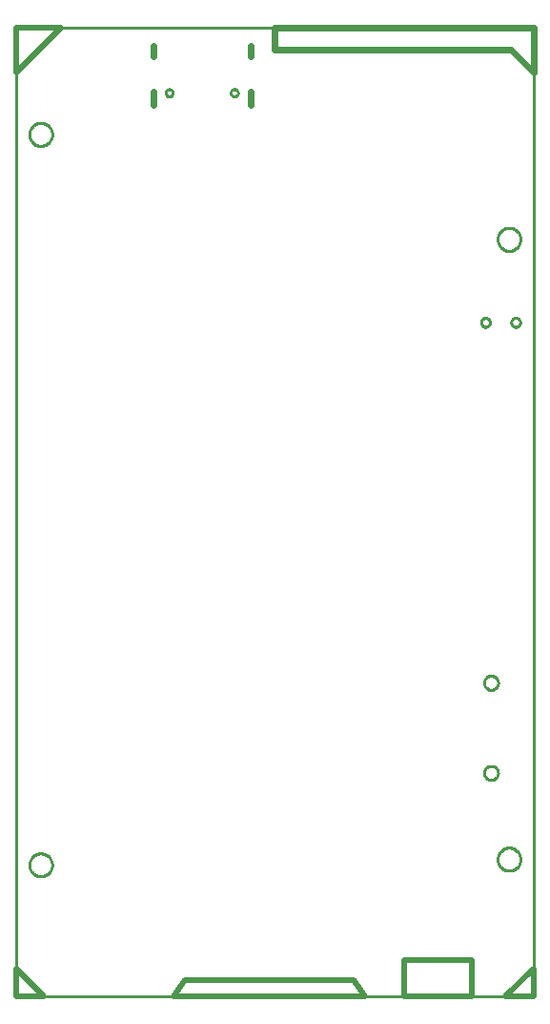
<source format=gbr>
G04 EAGLE Gerber RS-274X export*
G75*
%MOMM*%
%FSLAX34Y34*%
%LPD*%
%IN*%
%IPPOS*%
%AMOC8*
5,1,8,0,0,1.08239X$1,22.5*%
G01*
%ADD10C,0.000000*%
%ADD11C,0.500000*%
%ADD12C,0.609600*%
%ADD13C,0.600000*%
%ADD14C,0.254000*%


D10*
X0Y0D02*
X460000Y0D01*
X460000Y860000D01*
X0Y860000D01*
X0Y0D01*
X427840Y672000D02*
X427843Y672249D01*
X427852Y672499D01*
X427868Y672747D01*
X427889Y672996D01*
X427916Y673244D01*
X427950Y673491D01*
X427990Y673737D01*
X428035Y673982D01*
X428087Y674226D01*
X428144Y674469D01*
X428208Y674710D01*
X428277Y674949D01*
X428353Y675187D01*
X428434Y675423D01*
X428521Y675657D01*
X428613Y675888D01*
X428712Y676117D01*
X428815Y676344D01*
X428925Y676568D01*
X429040Y676789D01*
X429160Y677008D01*
X429285Y677223D01*
X429416Y677436D01*
X429552Y677645D01*
X429693Y677850D01*
X429839Y678052D01*
X429990Y678251D01*
X430146Y678445D01*
X430307Y678636D01*
X430472Y678823D01*
X430642Y679006D01*
X430816Y679184D01*
X430994Y679358D01*
X431177Y679528D01*
X431364Y679693D01*
X431555Y679854D01*
X431749Y680010D01*
X431948Y680161D01*
X432150Y680307D01*
X432355Y680448D01*
X432564Y680584D01*
X432777Y680715D01*
X432992Y680840D01*
X433211Y680960D01*
X433432Y681075D01*
X433656Y681185D01*
X433883Y681288D01*
X434112Y681387D01*
X434343Y681479D01*
X434577Y681566D01*
X434813Y681647D01*
X435051Y681723D01*
X435290Y681792D01*
X435531Y681856D01*
X435774Y681913D01*
X436018Y681965D01*
X436263Y682010D01*
X436509Y682050D01*
X436756Y682084D01*
X437004Y682111D01*
X437253Y682132D01*
X437501Y682148D01*
X437751Y682157D01*
X438000Y682160D01*
X438249Y682157D01*
X438499Y682148D01*
X438747Y682132D01*
X438996Y682111D01*
X439244Y682084D01*
X439491Y682050D01*
X439737Y682010D01*
X439982Y681965D01*
X440226Y681913D01*
X440469Y681856D01*
X440710Y681792D01*
X440949Y681723D01*
X441187Y681647D01*
X441423Y681566D01*
X441657Y681479D01*
X441888Y681387D01*
X442117Y681288D01*
X442344Y681185D01*
X442568Y681075D01*
X442789Y680960D01*
X443008Y680840D01*
X443223Y680715D01*
X443436Y680584D01*
X443645Y680448D01*
X443850Y680307D01*
X444052Y680161D01*
X444251Y680010D01*
X444445Y679854D01*
X444636Y679693D01*
X444823Y679528D01*
X445006Y679358D01*
X445184Y679184D01*
X445358Y679006D01*
X445528Y678823D01*
X445693Y678636D01*
X445854Y678445D01*
X446010Y678251D01*
X446161Y678052D01*
X446307Y677850D01*
X446448Y677645D01*
X446584Y677436D01*
X446715Y677223D01*
X446840Y677008D01*
X446960Y676789D01*
X447075Y676568D01*
X447185Y676344D01*
X447288Y676117D01*
X447387Y675888D01*
X447479Y675657D01*
X447566Y675423D01*
X447647Y675187D01*
X447723Y674949D01*
X447792Y674710D01*
X447856Y674469D01*
X447913Y674226D01*
X447965Y673982D01*
X448010Y673737D01*
X448050Y673491D01*
X448084Y673244D01*
X448111Y672996D01*
X448132Y672747D01*
X448148Y672499D01*
X448157Y672249D01*
X448160Y672000D01*
X448157Y671751D01*
X448148Y671501D01*
X448132Y671253D01*
X448111Y671004D01*
X448084Y670756D01*
X448050Y670509D01*
X448010Y670263D01*
X447965Y670018D01*
X447913Y669774D01*
X447856Y669531D01*
X447792Y669290D01*
X447723Y669051D01*
X447647Y668813D01*
X447566Y668577D01*
X447479Y668343D01*
X447387Y668112D01*
X447288Y667883D01*
X447185Y667656D01*
X447075Y667432D01*
X446960Y667211D01*
X446840Y666992D01*
X446715Y666777D01*
X446584Y666564D01*
X446448Y666355D01*
X446307Y666150D01*
X446161Y665948D01*
X446010Y665749D01*
X445854Y665555D01*
X445693Y665364D01*
X445528Y665177D01*
X445358Y664994D01*
X445184Y664816D01*
X445006Y664642D01*
X444823Y664472D01*
X444636Y664307D01*
X444445Y664146D01*
X444251Y663990D01*
X444052Y663839D01*
X443850Y663693D01*
X443645Y663552D01*
X443436Y663416D01*
X443223Y663285D01*
X443008Y663160D01*
X442789Y663040D01*
X442568Y662925D01*
X442344Y662815D01*
X442117Y662712D01*
X441888Y662613D01*
X441657Y662521D01*
X441423Y662434D01*
X441187Y662353D01*
X440949Y662277D01*
X440710Y662208D01*
X440469Y662144D01*
X440226Y662087D01*
X439982Y662035D01*
X439737Y661990D01*
X439491Y661950D01*
X439244Y661916D01*
X438996Y661889D01*
X438747Y661868D01*
X438499Y661852D01*
X438249Y661843D01*
X438000Y661840D01*
X437751Y661843D01*
X437501Y661852D01*
X437253Y661868D01*
X437004Y661889D01*
X436756Y661916D01*
X436509Y661950D01*
X436263Y661990D01*
X436018Y662035D01*
X435774Y662087D01*
X435531Y662144D01*
X435290Y662208D01*
X435051Y662277D01*
X434813Y662353D01*
X434577Y662434D01*
X434343Y662521D01*
X434112Y662613D01*
X433883Y662712D01*
X433656Y662815D01*
X433432Y662925D01*
X433211Y663040D01*
X432992Y663160D01*
X432777Y663285D01*
X432564Y663416D01*
X432355Y663552D01*
X432150Y663693D01*
X431948Y663839D01*
X431749Y663990D01*
X431555Y664146D01*
X431364Y664307D01*
X431177Y664472D01*
X430994Y664642D01*
X430816Y664816D01*
X430642Y664994D01*
X430472Y665177D01*
X430307Y665364D01*
X430146Y665555D01*
X429990Y665749D01*
X429839Y665948D01*
X429693Y666150D01*
X429552Y666355D01*
X429416Y666564D01*
X429285Y666777D01*
X429160Y666992D01*
X429040Y667211D01*
X428925Y667432D01*
X428815Y667656D01*
X428712Y667883D01*
X428613Y668112D01*
X428521Y668343D01*
X428434Y668577D01*
X428353Y668813D01*
X428277Y669051D01*
X428208Y669290D01*
X428144Y669531D01*
X428087Y669774D01*
X428035Y670018D01*
X427990Y670263D01*
X427950Y670509D01*
X427916Y670756D01*
X427889Y671004D01*
X427868Y671253D01*
X427852Y671501D01*
X427843Y671751D01*
X427840Y672000D01*
X11840Y117000D02*
X11843Y117249D01*
X11852Y117499D01*
X11868Y117747D01*
X11889Y117996D01*
X11916Y118244D01*
X11950Y118491D01*
X11990Y118737D01*
X12035Y118982D01*
X12087Y119226D01*
X12144Y119469D01*
X12208Y119710D01*
X12277Y119949D01*
X12353Y120187D01*
X12434Y120423D01*
X12521Y120657D01*
X12613Y120888D01*
X12712Y121117D01*
X12815Y121344D01*
X12925Y121568D01*
X13040Y121789D01*
X13160Y122008D01*
X13285Y122223D01*
X13416Y122436D01*
X13552Y122645D01*
X13693Y122850D01*
X13839Y123052D01*
X13990Y123251D01*
X14146Y123445D01*
X14307Y123636D01*
X14472Y123823D01*
X14642Y124006D01*
X14816Y124184D01*
X14994Y124358D01*
X15177Y124528D01*
X15364Y124693D01*
X15555Y124854D01*
X15749Y125010D01*
X15948Y125161D01*
X16150Y125307D01*
X16355Y125448D01*
X16564Y125584D01*
X16777Y125715D01*
X16992Y125840D01*
X17211Y125960D01*
X17432Y126075D01*
X17656Y126185D01*
X17883Y126288D01*
X18112Y126387D01*
X18343Y126479D01*
X18577Y126566D01*
X18813Y126647D01*
X19051Y126723D01*
X19290Y126792D01*
X19531Y126856D01*
X19774Y126913D01*
X20018Y126965D01*
X20263Y127010D01*
X20509Y127050D01*
X20756Y127084D01*
X21004Y127111D01*
X21253Y127132D01*
X21501Y127148D01*
X21751Y127157D01*
X22000Y127160D01*
X22249Y127157D01*
X22499Y127148D01*
X22747Y127132D01*
X22996Y127111D01*
X23244Y127084D01*
X23491Y127050D01*
X23737Y127010D01*
X23982Y126965D01*
X24226Y126913D01*
X24469Y126856D01*
X24710Y126792D01*
X24949Y126723D01*
X25187Y126647D01*
X25423Y126566D01*
X25657Y126479D01*
X25888Y126387D01*
X26117Y126288D01*
X26344Y126185D01*
X26568Y126075D01*
X26789Y125960D01*
X27008Y125840D01*
X27223Y125715D01*
X27436Y125584D01*
X27645Y125448D01*
X27850Y125307D01*
X28052Y125161D01*
X28251Y125010D01*
X28445Y124854D01*
X28636Y124693D01*
X28823Y124528D01*
X29006Y124358D01*
X29184Y124184D01*
X29358Y124006D01*
X29528Y123823D01*
X29693Y123636D01*
X29854Y123445D01*
X30010Y123251D01*
X30161Y123052D01*
X30307Y122850D01*
X30448Y122645D01*
X30584Y122436D01*
X30715Y122223D01*
X30840Y122008D01*
X30960Y121789D01*
X31075Y121568D01*
X31185Y121344D01*
X31288Y121117D01*
X31387Y120888D01*
X31479Y120657D01*
X31566Y120423D01*
X31647Y120187D01*
X31723Y119949D01*
X31792Y119710D01*
X31856Y119469D01*
X31913Y119226D01*
X31965Y118982D01*
X32010Y118737D01*
X32050Y118491D01*
X32084Y118244D01*
X32111Y117996D01*
X32132Y117747D01*
X32148Y117499D01*
X32157Y117249D01*
X32160Y117000D01*
X32157Y116751D01*
X32148Y116501D01*
X32132Y116253D01*
X32111Y116004D01*
X32084Y115756D01*
X32050Y115509D01*
X32010Y115263D01*
X31965Y115018D01*
X31913Y114774D01*
X31856Y114531D01*
X31792Y114290D01*
X31723Y114051D01*
X31647Y113813D01*
X31566Y113577D01*
X31479Y113343D01*
X31387Y113112D01*
X31288Y112883D01*
X31185Y112656D01*
X31075Y112432D01*
X30960Y112211D01*
X30840Y111992D01*
X30715Y111777D01*
X30584Y111564D01*
X30448Y111355D01*
X30307Y111150D01*
X30161Y110948D01*
X30010Y110749D01*
X29854Y110555D01*
X29693Y110364D01*
X29528Y110177D01*
X29358Y109994D01*
X29184Y109816D01*
X29006Y109642D01*
X28823Y109472D01*
X28636Y109307D01*
X28445Y109146D01*
X28251Y108990D01*
X28052Y108839D01*
X27850Y108693D01*
X27645Y108552D01*
X27436Y108416D01*
X27223Y108285D01*
X27008Y108160D01*
X26789Y108040D01*
X26568Y107925D01*
X26344Y107815D01*
X26117Y107712D01*
X25888Y107613D01*
X25657Y107521D01*
X25423Y107434D01*
X25187Y107353D01*
X24949Y107277D01*
X24710Y107208D01*
X24469Y107144D01*
X24226Y107087D01*
X23982Y107035D01*
X23737Y106990D01*
X23491Y106950D01*
X23244Y106916D01*
X22996Y106889D01*
X22747Y106868D01*
X22499Y106852D01*
X22249Y106843D01*
X22000Y106840D01*
X21751Y106843D01*
X21501Y106852D01*
X21253Y106868D01*
X21004Y106889D01*
X20756Y106916D01*
X20509Y106950D01*
X20263Y106990D01*
X20018Y107035D01*
X19774Y107087D01*
X19531Y107144D01*
X19290Y107208D01*
X19051Y107277D01*
X18813Y107353D01*
X18577Y107434D01*
X18343Y107521D01*
X18112Y107613D01*
X17883Y107712D01*
X17656Y107815D01*
X17432Y107925D01*
X17211Y108040D01*
X16992Y108160D01*
X16777Y108285D01*
X16564Y108416D01*
X16355Y108552D01*
X16150Y108693D01*
X15948Y108839D01*
X15749Y108990D01*
X15555Y109146D01*
X15364Y109307D01*
X15177Y109472D01*
X14994Y109642D01*
X14816Y109816D01*
X14642Y109994D01*
X14472Y110177D01*
X14307Y110364D01*
X14146Y110555D01*
X13990Y110749D01*
X13839Y110948D01*
X13693Y111150D01*
X13552Y111355D01*
X13416Y111564D01*
X13285Y111777D01*
X13160Y111992D01*
X13040Y112211D01*
X12925Y112432D01*
X12815Y112656D01*
X12712Y112883D01*
X12613Y113112D01*
X12521Y113343D01*
X12434Y113577D01*
X12353Y113813D01*
X12277Y114051D01*
X12208Y114290D01*
X12144Y114531D01*
X12087Y114774D01*
X12035Y115018D01*
X11990Y115263D01*
X11950Y115509D01*
X11916Y115756D01*
X11889Y116004D01*
X11868Y116253D01*
X11852Y116501D01*
X11843Y116751D01*
X11840Y117000D01*
X427840Y122000D02*
X427843Y122249D01*
X427852Y122499D01*
X427868Y122747D01*
X427889Y122996D01*
X427916Y123244D01*
X427950Y123491D01*
X427990Y123737D01*
X428035Y123982D01*
X428087Y124226D01*
X428144Y124469D01*
X428208Y124710D01*
X428277Y124949D01*
X428353Y125187D01*
X428434Y125423D01*
X428521Y125657D01*
X428613Y125888D01*
X428712Y126117D01*
X428815Y126344D01*
X428925Y126568D01*
X429040Y126789D01*
X429160Y127008D01*
X429285Y127223D01*
X429416Y127436D01*
X429552Y127645D01*
X429693Y127850D01*
X429839Y128052D01*
X429990Y128251D01*
X430146Y128445D01*
X430307Y128636D01*
X430472Y128823D01*
X430642Y129006D01*
X430816Y129184D01*
X430994Y129358D01*
X431177Y129528D01*
X431364Y129693D01*
X431555Y129854D01*
X431749Y130010D01*
X431948Y130161D01*
X432150Y130307D01*
X432355Y130448D01*
X432564Y130584D01*
X432777Y130715D01*
X432992Y130840D01*
X433211Y130960D01*
X433432Y131075D01*
X433656Y131185D01*
X433883Y131288D01*
X434112Y131387D01*
X434343Y131479D01*
X434577Y131566D01*
X434813Y131647D01*
X435051Y131723D01*
X435290Y131792D01*
X435531Y131856D01*
X435774Y131913D01*
X436018Y131965D01*
X436263Y132010D01*
X436509Y132050D01*
X436756Y132084D01*
X437004Y132111D01*
X437253Y132132D01*
X437501Y132148D01*
X437751Y132157D01*
X438000Y132160D01*
X438249Y132157D01*
X438499Y132148D01*
X438747Y132132D01*
X438996Y132111D01*
X439244Y132084D01*
X439491Y132050D01*
X439737Y132010D01*
X439982Y131965D01*
X440226Y131913D01*
X440469Y131856D01*
X440710Y131792D01*
X440949Y131723D01*
X441187Y131647D01*
X441423Y131566D01*
X441657Y131479D01*
X441888Y131387D01*
X442117Y131288D01*
X442344Y131185D01*
X442568Y131075D01*
X442789Y130960D01*
X443008Y130840D01*
X443223Y130715D01*
X443436Y130584D01*
X443645Y130448D01*
X443850Y130307D01*
X444052Y130161D01*
X444251Y130010D01*
X444445Y129854D01*
X444636Y129693D01*
X444823Y129528D01*
X445006Y129358D01*
X445184Y129184D01*
X445358Y129006D01*
X445528Y128823D01*
X445693Y128636D01*
X445854Y128445D01*
X446010Y128251D01*
X446161Y128052D01*
X446307Y127850D01*
X446448Y127645D01*
X446584Y127436D01*
X446715Y127223D01*
X446840Y127008D01*
X446960Y126789D01*
X447075Y126568D01*
X447185Y126344D01*
X447288Y126117D01*
X447387Y125888D01*
X447479Y125657D01*
X447566Y125423D01*
X447647Y125187D01*
X447723Y124949D01*
X447792Y124710D01*
X447856Y124469D01*
X447913Y124226D01*
X447965Y123982D01*
X448010Y123737D01*
X448050Y123491D01*
X448084Y123244D01*
X448111Y122996D01*
X448132Y122747D01*
X448148Y122499D01*
X448157Y122249D01*
X448160Y122000D01*
X448157Y121751D01*
X448148Y121501D01*
X448132Y121253D01*
X448111Y121004D01*
X448084Y120756D01*
X448050Y120509D01*
X448010Y120263D01*
X447965Y120018D01*
X447913Y119774D01*
X447856Y119531D01*
X447792Y119290D01*
X447723Y119051D01*
X447647Y118813D01*
X447566Y118577D01*
X447479Y118343D01*
X447387Y118112D01*
X447288Y117883D01*
X447185Y117656D01*
X447075Y117432D01*
X446960Y117211D01*
X446840Y116992D01*
X446715Y116777D01*
X446584Y116564D01*
X446448Y116355D01*
X446307Y116150D01*
X446161Y115948D01*
X446010Y115749D01*
X445854Y115555D01*
X445693Y115364D01*
X445528Y115177D01*
X445358Y114994D01*
X445184Y114816D01*
X445006Y114642D01*
X444823Y114472D01*
X444636Y114307D01*
X444445Y114146D01*
X444251Y113990D01*
X444052Y113839D01*
X443850Y113693D01*
X443645Y113552D01*
X443436Y113416D01*
X443223Y113285D01*
X443008Y113160D01*
X442789Y113040D01*
X442568Y112925D01*
X442344Y112815D01*
X442117Y112712D01*
X441888Y112613D01*
X441657Y112521D01*
X441423Y112434D01*
X441187Y112353D01*
X440949Y112277D01*
X440710Y112208D01*
X440469Y112144D01*
X440226Y112087D01*
X439982Y112035D01*
X439737Y111990D01*
X439491Y111950D01*
X439244Y111916D01*
X438996Y111889D01*
X438747Y111868D01*
X438499Y111852D01*
X438249Y111843D01*
X438000Y111840D01*
X437751Y111843D01*
X437501Y111852D01*
X437253Y111868D01*
X437004Y111889D01*
X436756Y111916D01*
X436509Y111950D01*
X436263Y111990D01*
X436018Y112035D01*
X435774Y112087D01*
X435531Y112144D01*
X435290Y112208D01*
X435051Y112277D01*
X434813Y112353D01*
X434577Y112434D01*
X434343Y112521D01*
X434112Y112613D01*
X433883Y112712D01*
X433656Y112815D01*
X433432Y112925D01*
X433211Y113040D01*
X432992Y113160D01*
X432777Y113285D01*
X432564Y113416D01*
X432355Y113552D01*
X432150Y113693D01*
X431948Y113839D01*
X431749Y113990D01*
X431555Y114146D01*
X431364Y114307D01*
X431177Y114472D01*
X430994Y114642D01*
X430816Y114816D01*
X430642Y114994D01*
X430472Y115177D01*
X430307Y115364D01*
X430146Y115555D01*
X429990Y115749D01*
X429839Y115948D01*
X429693Y116150D01*
X429552Y116355D01*
X429416Y116564D01*
X429285Y116777D01*
X429160Y116992D01*
X429040Y117211D01*
X428925Y117432D01*
X428815Y117656D01*
X428712Y117883D01*
X428613Y118112D01*
X428521Y118343D01*
X428434Y118577D01*
X428353Y118813D01*
X428277Y119051D01*
X428208Y119290D01*
X428144Y119531D01*
X428087Y119774D01*
X428035Y120018D01*
X427990Y120263D01*
X427950Y120509D01*
X427916Y120756D01*
X427889Y121004D01*
X427868Y121253D01*
X427852Y121501D01*
X427843Y121751D01*
X427840Y122000D01*
D11*
X0Y820000D02*
X40000Y860000D01*
X0Y860000D01*
X0Y820000D01*
X460000Y25000D02*
X435000Y0D01*
X460000Y0D01*
X460000Y25000D01*
X25000Y0D02*
X0Y25000D01*
X0Y0D01*
X25000Y0D01*
X140000Y0D02*
X150000Y15000D01*
X300000Y15000D01*
X310000Y0D01*
X140000Y0D01*
X345000Y0D02*
X345000Y33000D01*
X405000Y33000D01*
X405000Y0D01*
X345000Y0D01*
D12*
X440000Y840000D02*
X230000Y840000D01*
X440000Y840000D02*
X460000Y820000D01*
X460000Y860000D01*
X230000Y860000D01*
X230000Y840000D01*
D10*
X11840Y765000D02*
X11843Y765249D01*
X11852Y765499D01*
X11868Y765747D01*
X11889Y765996D01*
X11916Y766244D01*
X11950Y766491D01*
X11990Y766737D01*
X12035Y766982D01*
X12087Y767226D01*
X12144Y767469D01*
X12208Y767710D01*
X12277Y767949D01*
X12353Y768187D01*
X12434Y768423D01*
X12521Y768657D01*
X12613Y768888D01*
X12712Y769117D01*
X12815Y769344D01*
X12925Y769568D01*
X13040Y769789D01*
X13160Y770008D01*
X13285Y770223D01*
X13416Y770436D01*
X13552Y770645D01*
X13693Y770850D01*
X13839Y771052D01*
X13990Y771251D01*
X14146Y771445D01*
X14307Y771636D01*
X14472Y771823D01*
X14642Y772006D01*
X14816Y772184D01*
X14994Y772358D01*
X15177Y772528D01*
X15364Y772693D01*
X15555Y772854D01*
X15749Y773010D01*
X15948Y773161D01*
X16150Y773307D01*
X16355Y773448D01*
X16564Y773584D01*
X16777Y773715D01*
X16992Y773840D01*
X17211Y773960D01*
X17432Y774075D01*
X17656Y774185D01*
X17883Y774288D01*
X18112Y774387D01*
X18343Y774479D01*
X18577Y774566D01*
X18813Y774647D01*
X19051Y774723D01*
X19290Y774792D01*
X19531Y774856D01*
X19774Y774913D01*
X20018Y774965D01*
X20263Y775010D01*
X20509Y775050D01*
X20756Y775084D01*
X21004Y775111D01*
X21253Y775132D01*
X21501Y775148D01*
X21751Y775157D01*
X22000Y775160D01*
X22249Y775157D01*
X22499Y775148D01*
X22747Y775132D01*
X22996Y775111D01*
X23244Y775084D01*
X23491Y775050D01*
X23737Y775010D01*
X23982Y774965D01*
X24226Y774913D01*
X24469Y774856D01*
X24710Y774792D01*
X24949Y774723D01*
X25187Y774647D01*
X25423Y774566D01*
X25657Y774479D01*
X25888Y774387D01*
X26117Y774288D01*
X26344Y774185D01*
X26568Y774075D01*
X26789Y773960D01*
X27008Y773840D01*
X27223Y773715D01*
X27436Y773584D01*
X27645Y773448D01*
X27850Y773307D01*
X28052Y773161D01*
X28251Y773010D01*
X28445Y772854D01*
X28636Y772693D01*
X28823Y772528D01*
X29006Y772358D01*
X29184Y772184D01*
X29358Y772006D01*
X29528Y771823D01*
X29693Y771636D01*
X29854Y771445D01*
X30010Y771251D01*
X30161Y771052D01*
X30307Y770850D01*
X30448Y770645D01*
X30584Y770436D01*
X30715Y770223D01*
X30840Y770008D01*
X30960Y769789D01*
X31075Y769568D01*
X31185Y769344D01*
X31288Y769117D01*
X31387Y768888D01*
X31479Y768657D01*
X31566Y768423D01*
X31647Y768187D01*
X31723Y767949D01*
X31792Y767710D01*
X31856Y767469D01*
X31913Y767226D01*
X31965Y766982D01*
X32010Y766737D01*
X32050Y766491D01*
X32084Y766244D01*
X32111Y765996D01*
X32132Y765747D01*
X32148Y765499D01*
X32157Y765249D01*
X32160Y765000D01*
X32157Y764751D01*
X32148Y764501D01*
X32132Y764253D01*
X32111Y764004D01*
X32084Y763756D01*
X32050Y763509D01*
X32010Y763263D01*
X31965Y763018D01*
X31913Y762774D01*
X31856Y762531D01*
X31792Y762290D01*
X31723Y762051D01*
X31647Y761813D01*
X31566Y761577D01*
X31479Y761343D01*
X31387Y761112D01*
X31288Y760883D01*
X31185Y760656D01*
X31075Y760432D01*
X30960Y760211D01*
X30840Y759992D01*
X30715Y759777D01*
X30584Y759564D01*
X30448Y759355D01*
X30307Y759150D01*
X30161Y758948D01*
X30010Y758749D01*
X29854Y758555D01*
X29693Y758364D01*
X29528Y758177D01*
X29358Y757994D01*
X29184Y757816D01*
X29006Y757642D01*
X28823Y757472D01*
X28636Y757307D01*
X28445Y757146D01*
X28251Y756990D01*
X28052Y756839D01*
X27850Y756693D01*
X27645Y756552D01*
X27436Y756416D01*
X27223Y756285D01*
X27008Y756160D01*
X26789Y756040D01*
X26568Y755925D01*
X26344Y755815D01*
X26117Y755712D01*
X25888Y755613D01*
X25657Y755521D01*
X25423Y755434D01*
X25187Y755353D01*
X24949Y755277D01*
X24710Y755208D01*
X24469Y755144D01*
X24226Y755087D01*
X23982Y755035D01*
X23737Y754990D01*
X23491Y754950D01*
X23244Y754916D01*
X22996Y754889D01*
X22747Y754868D01*
X22499Y754852D01*
X22249Y754843D01*
X22000Y754840D01*
X21751Y754843D01*
X21501Y754852D01*
X21253Y754868D01*
X21004Y754889D01*
X20756Y754916D01*
X20509Y754950D01*
X20263Y754990D01*
X20018Y755035D01*
X19774Y755087D01*
X19531Y755144D01*
X19290Y755208D01*
X19051Y755277D01*
X18813Y755353D01*
X18577Y755434D01*
X18343Y755521D01*
X18112Y755613D01*
X17883Y755712D01*
X17656Y755815D01*
X17432Y755925D01*
X17211Y756040D01*
X16992Y756160D01*
X16777Y756285D01*
X16564Y756416D01*
X16355Y756552D01*
X16150Y756693D01*
X15948Y756839D01*
X15749Y756990D01*
X15555Y757146D01*
X15364Y757307D01*
X15177Y757472D01*
X14994Y757642D01*
X14816Y757816D01*
X14642Y757994D01*
X14472Y758177D01*
X14307Y758364D01*
X14146Y758555D01*
X13990Y758749D01*
X13839Y758948D01*
X13693Y759150D01*
X13552Y759355D01*
X13416Y759564D01*
X13285Y759777D01*
X13160Y759992D01*
X13040Y760211D01*
X12925Y760432D01*
X12815Y760656D01*
X12712Y760883D01*
X12613Y761112D01*
X12521Y761343D01*
X12434Y761577D01*
X12353Y761813D01*
X12277Y762051D01*
X12208Y762290D01*
X12144Y762531D01*
X12087Y762774D01*
X12035Y763018D01*
X11990Y763263D01*
X11950Y763509D01*
X11916Y763756D01*
X11889Y764004D01*
X11868Y764253D01*
X11852Y764501D01*
X11843Y764751D01*
X11840Y765000D01*
X413100Y598300D02*
X413102Y598426D01*
X413108Y598552D01*
X413118Y598678D01*
X413132Y598804D01*
X413150Y598929D01*
X413172Y599053D01*
X413197Y599177D01*
X413227Y599300D01*
X413260Y599421D01*
X413298Y599542D01*
X413339Y599661D01*
X413384Y599780D01*
X413432Y599896D01*
X413484Y600011D01*
X413540Y600124D01*
X413600Y600236D01*
X413663Y600345D01*
X413729Y600453D01*
X413798Y600558D01*
X413871Y600661D01*
X413948Y600762D01*
X414027Y600860D01*
X414109Y600956D01*
X414195Y601049D01*
X414283Y601140D01*
X414374Y601227D01*
X414468Y601312D01*
X414564Y601393D01*
X414663Y601472D01*
X414764Y601547D01*
X414868Y601619D01*
X414974Y601688D01*
X415082Y601754D01*
X415192Y601816D01*
X415304Y601874D01*
X415417Y601929D01*
X415533Y601980D01*
X415650Y602028D01*
X415768Y602072D01*
X415888Y602112D01*
X416009Y602148D01*
X416131Y602181D01*
X416254Y602210D01*
X416378Y602234D01*
X416502Y602255D01*
X416627Y602272D01*
X416753Y602285D01*
X416879Y602294D01*
X417005Y602299D01*
X417132Y602300D01*
X417258Y602297D01*
X417384Y602290D01*
X417510Y602279D01*
X417635Y602264D01*
X417760Y602245D01*
X417884Y602222D01*
X418008Y602196D01*
X418130Y602165D01*
X418252Y602131D01*
X418372Y602092D01*
X418491Y602050D01*
X418609Y602005D01*
X418725Y601955D01*
X418840Y601902D01*
X418952Y601845D01*
X419063Y601785D01*
X419172Y601721D01*
X419279Y601654D01*
X419384Y601584D01*
X419487Y601510D01*
X419587Y601433D01*
X419685Y601353D01*
X419780Y601270D01*
X419872Y601184D01*
X419962Y601095D01*
X420049Y601003D01*
X420132Y600909D01*
X420213Y600812D01*
X420291Y600712D01*
X420366Y600610D01*
X420437Y600506D01*
X420505Y600399D01*
X420569Y600291D01*
X420630Y600180D01*
X420688Y600068D01*
X420742Y599954D01*
X420792Y599838D01*
X420839Y599721D01*
X420882Y599602D01*
X420921Y599482D01*
X420957Y599361D01*
X420988Y599238D01*
X421016Y599115D01*
X421040Y598991D01*
X421060Y598866D01*
X421076Y598741D01*
X421088Y598615D01*
X421096Y598489D01*
X421100Y598363D01*
X421100Y598237D01*
X421096Y598111D01*
X421088Y597985D01*
X421076Y597859D01*
X421060Y597734D01*
X421040Y597609D01*
X421016Y597485D01*
X420988Y597362D01*
X420957Y597239D01*
X420921Y597118D01*
X420882Y596998D01*
X420839Y596879D01*
X420792Y596762D01*
X420742Y596646D01*
X420688Y596532D01*
X420630Y596420D01*
X420569Y596309D01*
X420505Y596201D01*
X420437Y596094D01*
X420366Y595990D01*
X420291Y595888D01*
X420213Y595788D01*
X420132Y595691D01*
X420049Y595597D01*
X419962Y595505D01*
X419872Y595416D01*
X419780Y595330D01*
X419685Y595247D01*
X419587Y595167D01*
X419487Y595090D01*
X419384Y595016D01*
X419279Y594946D01*
X419172Y594879D01*
X419063Y594815D01*
X418952Y594755D01*
X418840Y594698D01*
X418725Y594645D01*
X418609Y594595D01*
X418491Y594550D01*
X418372Y594508D01*
X418252Y594469D01*
X418130Y594435D01*
X418008Y594404D01*
X417884Y594378D01*
X417760Y594355D01*
X417635Y594336D01*
X417510Y594321D01*
X417384Y594310D01*
X417258Y594303D01*
X417132Y594300D01*
X417005Y594301D01*
X416879Y594306D01*
X416753Y594315D01*
X416627Y594328D01*
X416502Y594345D01*
X416378Y594366D01*
X416254Y594390D01*
X416131Y594419D01*
X416009Y594452D01*
X415888Y594488D01*
X415768Y594528D01*
X415650Y594572D01*
X415533Y594620D01*
X415417Y594671D01*
X415304Y594726D01*
X415192Y594784D01*
X415082Y594846D01*
X414974Y594912D01*
X414868Y594981D01*
X414764Y595053D01*
X414663Y595128D01*
X414564Y595207D01*
X414468Y595288D01*
X414374Y595373D01*
X414283Y595460D01*
X414195Y595551D01*
X414109Y595644D01*
X414027Y595740D01*
X413948Y595838D01*
X413871Y595939D01*
X413798Y596042D01*
X413729Y596147D01*
X413663Y596255D01*
X413600Y596364D01*
X413540Y596476D01*
X413484Y596589D01*
X413432Y596704D01*
X413384Y596820D01*
X413339Y596939D01*
X413298Y597058D01*
X413260Y597179D01*
X413227Y597300D01*
X413197Y597423D01*
X413172Y597547D01*
X413150Y597671D01*
X413132Y597796D01*
X413118Y597922D01*
X413108Y598048D01*
X413102Y598174D01*
X413100Y598300D01*
X439900Y598300D02*
X439902Y598426D01*
X439908Y598552D01*
X439918Y598678D01*
X439932Y598804D01*
X439950Y598929D01*
X439972Y599053D01*
X439997Y599177D01*
X440027Y599300D01*
X440060Y599421D01*
X440098Y599542D01*
X440139Y599661D01*
X440184Y599780D01*
X440232Y599896D01*
X440284Y600011D01*
X440340Y600124D01*
X440400Y600236D01*
X440463Y600345D01*
X440529Y600453D01*
X440598Y600558D01*
X440671Y600661D01*
X440748Y600762D01*
X440827Y600860D01*
X440909Y600956D01*
X440995Y601049D01*
X441083Y601140D01*
X441174Y601227D01*
X441268Y601312D01*
X441364Y601393D01*
X441463Y601472D01*
X441564Y601547D01*
X441668Y601619D01*
X441774Y601688D01*
X441882Y601754D01*
X441992Y601816D01*
X442104Y601874D01*
X442217Y601929D01*
X442333Y601980D01*
X442450Y602028D01*
X442568Y602072D01*
X442688Y602112D01*
X442809Y602148D01*
X442931Y602181D01*
X443054Y602210D01*
X443178Y602234D01*
X443302Y602255D01*
X443427Y602272D01*
X443553Y602285D01*
X443679Y602294D01*
X443805Y602299D01*
X443932Y602300D01*
X444058Y602297D01*
X444184Y602290D01*
X444310Y602279D01*
X444435Y602264D01*
X444560Y602245D01*
X444684Y602222D01*
X444808Y602196D01*
X444930Y602165D01*
X445052Y602131D01*
X445172Y602092D01*
X445291Y602050D01*
X445409Y602005D01*
X445525Y601955D01*
X445640Y601902D01*
X445752Y601845D01*
X445863Y601785D01*
X445972Y601721D01*
X446079Y601654D01*
X446184Y601584D01*
X446287Y601510D01*
X446387Y601433D01*
X446485Y601353D01*
X446580Y601270D01*
X446672Y601184D01*
X446762Y601095D01*
X446849Y601003D01*
X446932Y600909D01*
X447013Y600812D01*
X447091Y600712D01*
X447166Y600610D01*
X447237Y600506D01*
X447305Y600399D01*
X447369Y600291D01*
X447430Y600180D01*
X447488Y600068D01*
X447542Y599954D01*
X447592Y599838D01*
X447639Y599721D01*
X447682Y599602D01*
X447721Y599482D01*
X447757Y599361D01*
X447788Y599238D01*
X447816Y599115D01*
X447840Y598991D01*
X447860Y598866D01*
X447876Y598741D01*
X447888Y598615D01*
X447896Y598489D01*
X447900Y598363D01*
X447900Y598237D01*
X447896Y598111D01*
X447888Y597985D01*
X447876Y597859D01*
X447860Y597734D01*
X447840Y597609D01*
X447816Y597485D01*
X447788Y597362D01*
X447757Y597239D01*
X447721Y597118D01*
X447682Y596998D01*
X447639Y596879D01*
X447592Y596762D01*
X447542Y596646D01*
X447488Y596532D01*
X447430Y596420D01*
X447369Y596309D01*
X447305Y596201D01*
X447237Y596094D01*
X447166Y595990D01*
X447091Y595888D01*
X447013Y595788D01*
X446932Y595691D01*
X446849Y595597D01*
X446762Y595505D01*
X446672Y595416D01*
X446580Y595330D01*
X446485Y595247D01*
X446387Y595167D01*
X446287Y595090D01*
X446184Y595016D01*
X446079Y594946D01*
X445972Y594879D01*
X445863Y594815D01*
X445752Y594755D01*
X445640Y594698D01*
X445525Y594645D01*
X445409Y594595D01*
X445291Y594550D01*
X445172Y594508D01*
X445052Y594469D01*
X444930Y594435D01*
X444808Y594404D01*
X444684Y594378D01*
X444560Y594355D01*
X444435Y594336D01*
X444310Y594321D01*
X444184Y594310D01*
X444058Y594303D01*
X443932Y594300D01*
X443805Y594301D01*
X443679Y594306D01*
X443553Y594315D01*
X443427Y594328D01*
X443302Y594345D01*
X443178Y594366D01*
X443054Y594390D01*
X442931Y594419D01*
X442809Y594452D01*
X442688Y594488D01*
X442568Y594528D01*
X442450Y594572D01*
X442333Y594620D01*
X442217Y594671D01*
X442104Y594726D01*
X441992Y594784D01*
X441882Y594846D01*
X441774Y594912D01*
X441668Y594981D01*
X441564Y595053D01*
X441463Y595128D01*
X441364Y595207D01*
X441268Y595288D01*
X441174Y595373D01*
X441083Y595460D01*
X440995Y595551D01*
X440909Y595644D01*
X440827Y595740D01*
X440748Y595838D01*
X440671Y595939D01*
X440598Y596042D01*
X440529Y596147D01*
X440463Y596255D01*
X440400Y596364D01*
X440340Y596476D01*
X440284Y596589D01*
X440232Y596704D01*
X440184Y596820D01*
X440139Y596939D01*
X440098Y597058D01*
X440060Y597179D01*
X440027Y597300D01*
X439997Y597423D01*
X439972Y597547D01*
X439950Y597671D01*
X439932Y597796D01*
X439918Y597922D01*
X439908Y598048D01*
X439902Y598174D01*
X439900Y598300D01*
X415750Y278600D02*
X415752Y278758D01*
X415758Y278915D01*
X415768Y279073D01*
X415782Y279230D01*
X415800Y279386D01*
X415821Y279543D01*
X415847Y279698D01*
X415877Y279853D01*
X415910Y280007D01*
X415948Y280160D01*
X415989Y280313D01*
X416034Y280464D01*
X416083Y280614D01*
X416136Y280762D01*
X416192Y280910D01*
X416253Y281055D01*
X416316Y281200D01*
X416384Y281342D01*
X416455Y281483D01*
X416529Y281622D01*
X416607Y281759D01*
X416689Y281894D01*
X416773Y282027D01*
X416862Y282158D01*
X416953Y282286D01*
X417048Y282413D01*
X417145Y282536D01*
X417246Y282658D01*
X417350Y282776D01*
X417457Y282892D01*
X417567Y283005D01*
X417679Y283116D01*
X417795Y283223D01*
X417913Y283328D01*
X418033Y283430D01*
X418156Y283528D01*
X418282Y283624D01*
X418410Y283716D01*
X418540Y283805D01*
X418672Y283891D01*
X418807Y283973D01*
X418944Y284052D01*
X419082Y284127D01*
X419222Y284199D01*
X419365Y284267D01*
X419508Y284332D01*
X419654Y284393D01*
X419801Y284450D01*
X419949Y284504D01*
X420099Y284554D01*
X420249Y284600D01*
X420401Y284642D01*
X420554Y284681D01*
X420708Y284715D01*
X420863Y284746D01*
X421018Y284772D01*
X421174Y284795D01*
X421331Y284814D01*
X421488Y284829D01*
X421645Y284840D01*
X421803Y284847D01*
X421961Y284850D01*
X422118Y284849D01*
X422276Y284844D01*
X422433Y284835D01*
X422591Y284822D01*
X422747Y284805D01*
X422904Y284784D01*
X423059Y284760D01*
X423214Y284731D01*
X423369Y284698D01*
X423522Y284662D01*
X423675Y284621D01*
X423826Y284577D01*
X423976Y284529D01*
X424125Y284478D01*
X424273Y284422D01*
X424419Y284363D01*
X424564Y284300D01*
X424707Y284233D01*
X424848Y284163D01*
X424987Y284090D01*
X425125Y284013D01*
X425261Y283932D01*
X425394Y283848D01*
X425525Y283761D01*
X425654Y283670D01*
X425781Y283576D01*
X425906Y283479D01*
X426027Y283379D01*
X426147Y283276D01*
X426263Y283170D01*
X426377Y283061D01*
X426489Y282949D01*
X426597Y282835D01*
X426702Y282717D01*
X426805Y282597D01*
X426904Y282475D01*
X427000Y282350D01*
X427093Y282222D01*
X427183Y282093D01*
X427269Y281961D01*
X427353Y281827D01*
X427432Y281691D01*
X427509Y281553D01*
X427581Y281413D01*
X427650Y281271D01*
X427716Y281128D01*
X427778Y280983D01*
X427836Y280836D01*
X427891Y280688D01*
X427942Y280539D01*
X427989Y280388D01*
X428032Y280237D01*
X428071Y280084D01*
X428107Y279930D01*
X428138Y279776D01*
X428166Y279621D01*
X428190Y279465D01*
X428210Y279308D01*
X428226Y279151D01*
X428238Y278994D01*
X428246Y278837D01*
X428250Y278679D01*
X428250Y278521D01*
X428246Y278363D01*
X428238Y278206D01*
X428226Y278049D01*
X428210Y277892D01*
X428190Y277735D01*
X428166Y277579D01*
X428138Y277424D01*
X428107Y277270D01*
X428071Y277116D01*
X428032Y276963D01*
X427989Y276812D01*
X427942Y276661D01*
X427891Y276512D01*
X427836Y276364D01*
X427778Y276217D01*
X427716Y276072D01*
X427650Y275929D01*
X427581Y275787D01*
X427509Y275647D01*
X427432Y275509D01*
X427353Y275373D01*
X427269Y275239D01*
X427183Y275107D01*
X427093Y274978D01*
X427000Y274850D01*
X426904Y274725D01*
X426805Y274603D01*
X426702Y274483D01*
X426597Y274365D01*
X426489Y274251D01*
X426377Y274139D01*
X426263Y274030D01*
X426147Y273924D01*
X426027Y273821D01*
X425906Y273721D01*
X425781Y273624D01*
X425654Y273530D01*
X425525Y273439D01*
X425394Y273352D01*
X425261Y273268D01*
X425125Y273187D01*
X424987Y273110D01*
X424848Y273037D01*
X424707Y272967D01*
X424564Y272900D01*
X424419Y272837D01*
X424273Y272778D01*
X424125Y272722D01*
X423976Y272671D01*
X423826Y272623D01*
X423675Y272579D01*
X423522Y272538D01*
X423369Y272502D01*
X423214Y272469D01*
X423059Y272440D01*
X422904Y272416D01*
X422747Y272395D01*
X422591Y272378D01*
X422433Y272365D01*
X422276Y272356D01*
X422118Y272351D01*
X421961Y272350D01*
X421803Y272353D01*
X421645Y272360D01*
X421488Y272371D01*
X421331Y272386D01*
X421174Y272405D01*
X421018Y272428D01*
X420863Y272454D01*
X420708Y272485D01*
X420554Y272519D01*
X420401Y272558D01*
X420249Y272600D01*
X420099Y272646D01*
X419949Y272696D01*
X419801Y272750D01*
X419654Y272807D01*
X419508Y272868D01*
X419365Y272933D01*
X419222Y273001D01*
X419082Y273073D01*
X418944Y273148D01*
X418807Y273227D01*
X418672Y273309D01*
X418540Y273395D01*
X418410Y273484D01*
X418282Y273576D01*
X418156Y273672D01*
X418033Y273770D01*
X417913Y273872D01*
X417795Y273977D01*
X417679Y274084D01*
X417567Y274195D01*
X417457Y274308D01*
X417350Y274424D01*
X417246Y274542D01*
X417145Y274664D01*
X417048Y274787D01*
X416953Y274914D01*
X416862Y275042D01*
X416773Y275173D01*
X416689Y275306D01*
X416607Y275441D01*
X416529Y275578D01*
X416455Y275717D01*
X416384Y275858D01*
X416316Y276000D01*
X416253Y276145D01*
X416192Y276290D01*
X416136Y276438D01*
X416083Y276586D01*
X416034Y276736D01*
X415989Y276887D01*
X415948Y277040D01*
X415910Y277193D01*
X415877Y277347D01*
X415847Y277502D01*
X415821Y277657D01*
X415800Y277814D01*
X415782Y277970D01*
X415768Y278127D01*
X415758Y278285D01*
X415752Y278442D01*
X415750Y278600D01*
X415750Y198600D02*
X415752Y198758D01*
X415758Y198915D01*
X415768Y199073D01*
X415782Y199230D01*
X415800Y199386D01*
X415821Y199543D01*
X415847Y199698D01*
X415877Y199853D01*
X415910Y200007D01*
X415948Y200160D01*
X415989Y200313D01*
X416034Y200464D01*
X416083Y200614D01*
X416136Y200762D01*
X416192Y200910D01*
X416253Y201055D01*
X416316Y201200D01*
X416384Y201342D01*
X416455Y201483D01*
X416529Y201622D01*
X416607Y201759D01*
X416689Y201894D01*
X416773Y202027D01*
X416862Y202158D01*
X416953Y202286D01*
X417048Y202413D01*
X417145Y202536D01*
X417246Y202658D01*
X417350Y202776D01*
X417457Y202892D01*
X417567Y203005D01*
X417679Y203116D01*
X417795Y203223D01*
X417913Y203328D01*
X418033Y203430D01*
X418156Y203528D01*
X418282Y203624D01*
X418410Y203716D01*
X418540Y203805D01*
X418672Y203891D01*
X418807Y203973D01*
X418944Y204052D01*
X419082Y204127D01*
X419222Y204199D01*
X419365Y204267D01*
X419508Y204332D01*
X419654Y204393D01*
X419801Y204450D01*
X419949Y204504D01*
X420099Y204554D01*
X420249Y204600D01*
X420401Y204642D01*
X420554Y204681D01*
X420708Y204715D01*
X420863Y204746D01*
X421018Y204772D01*
X421174Y204795D01*
X421331Y204814D01*
X421488Y204829D01*
X421645Y204840D01*
X421803Y204847D01*
X421961Y204850D01*
X422118Y204849D01*
X422276Y204844D01*
X422433Y204835D01*
X422591Y204822D01*
X422747Y204805D01*
X422904Y204784D01*
X423059Y204760D01*
X423214Y204731D01*
X423369Y204698D01*
X423522Y204662D01*
X423675Y204621D01*
X423826Y204577D01*
X423976Y204529D01*
X424125Y204478D01*
X424273Y204422D01*
X424419Y204363D01*
X424564Y204300D01*
X424707Y204233D01*
X424848Y204163D01*
X424987Y204090D01*
X425125Y204013D01*
X425261Y203932D01*
X425394Y203848D01*
X425525Y203761D01*
X425654Y203670D01*
X425781Y203576D01*
X425906Y203479D01*
X426027Y203379D01*
X426147Y203276D01*
X426263Y203170D01*
X426377Y203061D01*
X426489Y202949D01*
X426597Y202835D01*
X426702Y202717D01*
X426805Y202597D01*
X426904Y202475D01*
X427000Y202350D01*
X427093Y202222D01*
X427183Y202093D01*
X427269Y201961D01*
X427353Y201827D01*
X427432Y201691D01*
X427509Y201553D01*
X427581Y201413D01*
X427650Y201271D01*
X427716Y201128D01*
X427778Y200983D01*
X427836Y200836D01*
X427891Y200688D01*
X427942Y200539D01*
X427989Y200388D01*
X428032Y200237D01*
X428071Y200084D01*
X428107Y199930D01*
X428138Y199776D01*
X428166Y199621D01*
X428190Y199465D01*
X428210Y199308D01*
X428226Y199151D01*
X428238Y198994D01*
X428246Y198837D01*
X428250Y198679D01*
X428250Y198521D01*
X428246Y198363D01*
X428238Y198206D01*
X428226Y198049D01*
X428210Y197892D01*
X428190Y197735D01*
X428166Y197579D01*
X428138Y197424D01*
X428107Y197270D01*
X428071Y197116D01*
X428032Y196963D01*
X427989Y196812D01*
X427942Y196661D01*
X427891Y196512D01*
X427836Y196364D01*
X427778Y196217D01*
X427716Y196072D01*
X427650Y195929D01*
X427581Y195787D01*
X427509Y195647D01*
X427432Y195509D01*
X427353Y195373D01*
X427269Y195239D01*
X427183Y195107D01*
X427093Y194978D01*
X427000Y194850D01*
X426904Y194725D01*
X426805Y194603D01*
X426702Y194483D01*
X426597Y194365D01*
X426489Y194251D01*
X426377Y194139D01*
X426263Y194030D01*
X426147Y193924D01*
X426027Y193821D01*
X425906Y193721D01*
X425781Y193624D01*
X425654Y193530D01*
X425525Y193439D01*
X425394Y193352D01*
X425261Y193268D01*
X425125Y193187D01*
X424987Y193110D01*
X424848Y193037D01*
X424707Y192967D01*
X424564Y192900D01*
X424419Y192837D01*
X424273Y192778D01*
X424125Y192722D01*
X423976Y192671D01*
X423826Y192623D01*
X423675Y192579D01*
X423522Y192538D01*
X423369Y192502D01*
X423214Y192469D01*
X423059Y192440D01*
X422904Y192416D01*
X422747Y192395D01*
X422591Y192378D01*
X422433Y192365D01*
X422276Y192356D01*
X422118Y192351D01*
X421961Y192350D01*
X421803Y192353D01*
X421645Y192360D01*
X421488Y192371D01*
X421331Y192386D01*
X421174Y192405D01*
X421018Y192428D01*
X420863Y192454D01*
X420708Y192485D01*
X420554Y192519D01*
X420401Y192558D01*
X420249Y192600D01*
X420099Y192646D01*
X419949Y192696D01*
X419801Y192750D01*
X419654Y192807D01*
X419508Y192868D01*
X419365Y192933D01*
X419222Y193001D01*
X419082Y193073D01*
X418944Y193148D01*
X418807Y193227D01*
X418672Y193309D01*
X418540Y193395D01*
X418410Y193484D01*
X418282Y193576D01*
X418156Y193672D01*
X418033Y193770D01*
X417913Y193872D01*
X417795Y193977D01*
X417679Y194084D01*
X417567Y194195D01*
X417457Y194308D01*
X417350Y194424D01*
X417246Y194542D01*
X417145Y194664D01*
X417048Y194787D01*
X416953Y194914D01*
X416862Y195042D01*
X416773Y195173D01*
X416689Y195306D01*
X416607Y195441D01*
X416529Y195578D01*
X416455Y195717D01*
X416384Y195858D01*
X416316Y196000D01*
X416253Y196145D01*
X416192Y196290D01*
X416136Y196438D01*
X416083Y196586D01*
X416034Y196736D01*
X415989Y196887D01*
X415948Y197040D01*
X415910Y197193D01*
X415877Y197347D01*
X415847Y197502D01*
X415821Y197657D01*
X415800Y197814D01*
X415782Y197970D01*
X415768Y198127D01*
X415758Y198285D01*
X415752Y198442D01*
X415750Y198600D01*
X132880Y801950D02*
X132882Y802063D01*
X132888Y802177D01*
X132898Y802290D01*
X132912Y802402D01*
X132929Y802514D01*
X132951Y802626D01*
X132977Y802736D01*
X133006Y802846D01*
X133039Y802954D01*
X133076Y803062D01*
X133117Y803167D01*
X133161Y803272D01*
X133209Y803375D01*
X133260Y803476D01*
X133315Y803575D01*
X133374Y803672D01*
X133436Y803767D01*
X133501Y803860D01*
X133569Y803951D01*
X133640Y804039D01*
X133715Y804125D01*
X133792Y804208D01*
X133872Y804288D01*
X133955Y804365D01*
X134041Y804440D01*
X134129Y804511D01*
X134220Y804579D01*
X134313Y804644D01*
X134408Y804706D01*
X134505Y804765D01*
X134604Y804820D01*
X134705Y804871D01*
X134808Y804919D01*
X134913Y804963D01*
X135018Y805004D01*
X135126Y805041D01*
X135234Y805074D01*
X135344Y805103D01*
X135454Y805129D01*
X135566Y805151D01*
X135678Y805168D01*
X135790Y805182D01*
X135903Y805192D01*
X136017Y805198D01*
X136130Y805200D01*
X136243Y805198D01*
X136357Y805192D01*
X136470Y805182D01*
X136582Y805168D01*
X136694Y805151D01*
X136806Y805129D01*
X136916Y805103D01*
X137026Y805074D01*
X137134Y805041D01*
X137242Y805004D01*
X137347Y804963D01*
X137452Y804919D01*
X137555Y804871D01*
X137656Y804820D01*
X137755Y804765D01*
X137852Y804706D01*
X137947Y804644D01*
X138040Y804579D01*
X138131Y804511D01*
X138219Y804440D01*
X138305Y804365D01*
X138388Y804288D01*
X138468Y804208D01*
X138545Y804125D01*
X138620Y804039D01*
X138691Y803951D01*
X138759Y803860D01*
X138824Y803767D01*
X138886Y803672D01*
X138945Y803575D01*
X139000Y803476D01*
X139051Y803375D01*
X139099Y803272D01*
X139143Y803167D01*
X139184Y803062D01*
X139221Y802954D01*
X139254Y802846D01*
X139283Y802736D01*
X139309Y802626D01*
X139331Y802514D01*
X139348Y802402D01*
X139362Y802290D01*
X139372Y802177D01*
X139378Y802063D01*
X139380Y801950D01*
X139378Y801837D01*
X139372Y801723D01*
X139362Y801610D01*
X139348Y801498D01*
X139331Y801386D01*
X139309Y801274D01*
X139283Y801164D01*
X139254Y801054D01*
X139221Y800946D01*
X139184Y800838D01*
X139143Y800733D01*
X139099Y800628D01*
X139051Y800525D01*
X139000Y800424D01*
X138945Y800325D01*
X138886Y800228D01*
X138824Y800133D01*
X138759Y800040D01*
X138691Y799949D01*
X138620Y799861D01*
X138545Y799775D01*
X138468Y799692D01*
X138388Y799612D01*
X138305Y799535D01*
X138219Y799460D01*
X138131Y799389D01*
X138040Y799321D01*
X137947Y799256D01*
X137852Y799194D01*
X137755Y799135D01*
X137656Y799080D01*
X137555Y799029D01*
X137452Y798981D01*
X137347Y798937D01*
X137242Y798896D01*
X137134Y798859D01*
X137026Y798826D01*
X136916Y798797D01*
X136806Y798771D01*
X136694Y798749D01*
X136582Y798732D01*
X136470Y798718D01*
X136357Y798708D01*
X136243Y798702D01*
X136130Y798700D01*
X136017Y798702D01*
X135903Y798708D01*
X135790Y798718D01*
X135678Y798732D01*
X135566Y798749D01*
X135454Y798771D01*
X135344Y798797D01*
X135234Y798826D01*
X135126Y798859D01*
X135018Y798896D01*
X134913Y798937D01*
X134808Y798981D01*
X134705Y799029D01*
X134604Y799080D01*
X134505Y799135D01*
X134408Y799194D01*
X134313Y799256D01*
X134220Y799321D01*
X134129Y799389D01*
X134041Y799460D01*
X133955Y799535D01*
X133872Y799612D01*
X133792Y799692D01*
X133715Y799775D01*
X133640Y799861D01*
X133569Y799949D01*
X133501Y800040D01*
X133436Y800133D01*
X133374Y800228D01*
X133315Y800325D01*
X133260Y800424D01*
X133209Y800525D01*
X133161Y800628D01*
X133117Y800733D01*
X133076Y800838D01*
X133039Y800946D01*
X133006Y801054D01*
X132977Y801164D01*
X132951Y801274D01*
X132929Y801386D01*
X132912Y801498D01*
X132898Y801610D01*
X132888Y801723D01*
X132882Y801837D01*
X132880Y801950D01*
X190680Y801950D02*
X190682Y802063D01*
X190688Y802177D01*
X190698Y802290D01*
X190712Y802402D01*
X190729Y802514D01*
X190751Y802626D01*
X190777Y802736D01*
X190806Y802846D01*
X190839Y802954D01*
X190876Y803062D01*
X190917Y803167D01*
X190961Y803272D01*
X191009Y803375D01*
X191060Y803476D01*
X191115Y803575D01*
X191174Y803672D01*
X191236Y803767D01*
X191301Y803860D01*
X191369Y803951D01*
X191440Y804039D01*
X191515Y804125D01*
X191592Y804208D01*
X191672Y804288D01*
X191755Y804365D01*
X191841Y804440D01*
X191929Y804511D01*
X192020Y804579D01*
X192113Y804644D01*
X192208Y804706D01*
X192305Y804765D01*
X192404Y804820D01*
X192505Y804871D01*
X192608Y804919D01*
X192713Y804963D01*
X192818Y805004D01*
X192926Y805041D01*
X193034Y805074D01*
X193144Y805103D01*
X193254Y805129D01*
X193366Y805151D01*
X193478Y805168D01*
X193590Y805182D01*
X193703Y805192D01*
X193817Y805198D01*
X193930Y805200D01*
X194043Y805198D01*
X194157Y805192D01*
X194270Y805182D01*
X194382Y805168D01*
X194494Y805151D01*
X194606Y805129D01*
X194716Y805103D01*
X194826Y805074D01*
X194934Y805041D01*
X195042Y805004D01*
X195147Y804963D01*
X195252Y804919D01*
X195355Y804871D01*
X195456Y804820D01*
X195555Y804765D01*
X195652Y804706D01*
X195747Y804644D01*
X195840Y804579D01*
X195931Y804511D01*
X196019Y804440D01*
X196105Y804365D01*
X196188Y804288D01*
X196268Y804208D01*
X196345Y804125D01*
X196420Y804039D01*
X196491Y803951D01*
X196559Y803860D01*
X196624Y803767D01*
X196686Y803672D01*
X196745Y803575D01*
X196800Y803476D01*
X196851Y803375D01*
X196899Y803272D01*
X196943Y803167D01*
X196984Y803062D01*
X197021Y802954D01*
X197054Y802846D01*
X197083Y802736D01*
X197109Y802626D01*
X197131Y802514D01*
X197148Y802402D01*
X197162Y802290D01*
X197172Y802177D01*
X197178Y802063D01*
X197180Y801950D01*
X197178Y801837D01*
X197172Y801723D01*
X197162Y801610D01*
X197148Y801498D01*
X197131Y801386D01*
X197109Y801274D01*
X197083Y801164D01*
X197054Y801054D01*
X197021Y800946D01*
X196984Y800838D01*
X196943Y800733D01*
X196899Y800628D01*
X196851Y800525D01*
X196800Y800424D01*
X196745Y800325D01*
X196686Y800228D01*
X196624Y800133D01*
X196559Y800040D01*
X196491Y799949D01*
X196420Y799861D01*
X196345Y799775D01*
X196268Y799692D01*
X196188Y799612D01*
X196105Y799535D01*
X196019Y799460D01*
X195931Y799389D01*
X195840Y799321D01*
X195747Y799256D01*
X195652Y799194D01*
X195555Y799135D01*
X195456Y799080D01*
X195355Y799029D01*
X195252Y798981D01*
X195147Y798937D01*
X195042Y798896D01*
X194934Y798859D01*
X194826Y798826D01*
X194716Y798797D01*
X194606Y798771D01*
X194494Y798749D01*
X194382Y798732D01*
X194270Y798718D01*
X194157Y798708D01*
X194043Y798702D01*
X193930Y798700D01*
X193817Y798702D01*
X193703Y798708D01*
X193590Y798718D01*
X193478Y798732D01*
X193366Y798749D01*
X193254Y798771D01*
X193144Y798797D01*
X193034Y798826D01*
X192926Y798859D01*
X192818Y798896D01*
X192713Y798937D01*
X192608Y798981D01*
X192505Y799029D01*
X192404Y799080D01*
X192305Y799135D01*
X192208Y799194D01*
X192113Y799256D01*
X192020Y799321D01*
X191929Y799389D01*
X191841Y799460D01*
X191755Y799535D01*
X191672Y799612D01*
X191592Y799692D01*
X191515Y799775D01*
X191440Y799861D01*
X191369Y799949D01*
X191301Y800040D01*
X191236Y800133D01*
X191174Y800228D01*
X191115Y800325D01*
X191060Y800424D01*
X191009Y800525D01*
X190961Y800628D01*
X190917Y800733D01*
X190876Y800838D01*
X190839Y800946D01*
X190806Y801054D01*
X190777Y801164D01*
X190751Y801274D01*
X190729Y801386D01*
X190712Y801498D01*
X190698Y801610D01*
X190688Y801723D01*
X190682Y801837D01*
X190680Y801950D01*
D13*
X121830Y802950D02*
X121830Y790950D01*
X208230Y790950D02*
X208230Y802950D01*
X208230Y834450D02*
X208230Y843450D01*
X121830Y843450D02*
X121830Y834450D01*
D14*
X0Y0D02*
X460000Y0D01*
X460000Y860000D01*
X0Y860000D01*
X0Y0D01*
X0Y0D02*
X25000Y0D01*
X0Y25000D01*
X0Y0D01*
X140000Y0D02*
X310000Y0D01*
X300000Y15000D01*
X150000Y15000D01*
X140000Y0D01*
X230000Y840000D02*
X440000Y840000D01*
X460000Y820000D01*
X460000Y860000D01*
X230000Y860000D01*
X230000Y840000D01*
X435000Y0D02*
X460000Y0D01*
X460000Y25000D01*
X435000Y0D01*
X345000Y0D02*
X405000Y0D01*
X405000Y33000D01*
X345000Y33000D01*
X345000Y0D01*
X0Y820000D02*
X40000Y860000D01*
X0Y860000D01*
X0Y820000D01*
X448160Y671556D02*
X448083Y670673D01*
X447929Y669799D01*
X447699Y668942D01*
X447396Y668108D01*
X447021Y667304D01*
X446577Y666536D01*
X446068Y665809D01*
X445498Y665129D01*
X444871Y664502D01*
X444191Y663932D01*
X443464Y663423D01*
X442696Y662979D01*
X441892Y662604D01*
X441058Y662301D01*
X440201Y662071D01*
X439327Y661917D01*
X438444Y661840D01*
X437556Y661840D01*
X436673Y661917D01*
X435799Y662071D01*
X434942Y662301D01*
X434108Y662604D01*
X433304Y662979D01*
X432536Y663423D01*
X431809Y663932D01*
X431129Y664502D01*
X430502Y665129D01*
X429932Y665809D01*
X429423Y666536D01*
X428979Y667304D01*
X428604Y668108D01*
X428301Y668942D01*
X428071Y669799D01*
X427917Y670673D01*
X427840Y671556D01*
X427840Y672444D01*
X427917Y673327D01*
X428071Y674201D01*
X428301Y675058D01*
X428604Y675892D01*
X428979Y676696D01*
X429423Y677464D01*
X429932Y678191D01*
X430502Y678871D01*
X431129Y679498D01*
X431809Y680068D01*
X432536Y680577D01*
X433304Y681021D01*
X434108Y681396D01*
X434942Y681699D01*
X435799Y681929D01*
X436673Y682083D01*
X437556Y682160D01*
X438444Y682160D01*
X439327Y682083D01*
X440201Y681929D01*
X441058Y681699D01*
X441892Y681396D01*
X442696Y681021D01*
X443464Y680577D01*
X444191Y680068D01*
X444871Y679498D01*
X445498Y678871D01*
X446068Y678191D01*
X446577Y677464D01*
X447021Y676696D01*
X447396Y675892D01*
X447699Y675058D01*
X447929Y674201D01*
X448083Y673327D01*
X448160Y672444D01*
X448160Y671556D01*
X32160Y116556D02*
X32083Y115673D01*
X31929Y114799D01*
X31699Y113942D01*
X31396Y113108D01*
X31021Y112304D01*
X30577Y111536D01*
X30068Y110809D01*
X29498Y110129D01*
X28871Y109502D01*
X28191Y108932D01*
X27464Y108423D01*
X26696Y107979D01*
X25892Y107604D01*
X25058Y107301D01*
X24201Y107071D01*
X23327Y106917D01*
X22444Y106840D01*
X21556Y106840D01*
X20673Y106917D01*
X19799Y107071D01*
X18942Y107301D01*
X18108Y107604D01*
X17304Y107979D01*
X16536Y108423D01*
X15809Y108932D01*
X15129Y109502D01*
X14502Y110129D01*
X13932Y110809D01*
X13423Y111536D01*
X12979Y112304D01*
X12604Y113108D01*
X12301Y113942D01*
X12071Y114799D01*
X11917Y115673D01*
X11840Y116556D01*
X11840Y117444D01*
X11917Y118327D01*
X12071Y119201D01*
X12301Y120058D01*
X12604Y120892D01*
X12979Y121696D01*
X13423Y122464D01*
X13932Y123191D01*
X14502Y123871D01*
X15129Y124498D01*
X15809Y125068D01*
X16536Y125577D01*
X17304Y126021D01*
X18108Y126396D01*
X18942Y126699D01*
X19799Y126929D01*
X20673Y127083D01*
X21556Y127160D01*
X22444Y127160D01*
X23327Y127083D01*
X24201Y126929D01*
X25058Y126699D01*
X25892Y126396D01*
X26696Y126021D01*
X27464Y125577D01*
X28191Y125068D01*
X28871Y124498D01*
X29498Y123871D01*
X30068Y123191D01*
X30577Y122464D01*
X31021Y121696D01*
X31396Y120892D01*
X31699Y120058D01*
X31929Y119201D01*
X32083Y118327D01*
X32160Y117444D01*
X32160Y116556D01*
X448160Y121556D02*
X448083Y120673D01*
X447929Y119799D01*
X447699Y118942D01*
X447396Y118108D01*
X447021Y117304D01*
X446577Y116536D01*
X446068Y115809D01*
X445498Y115129D01*
X444871Y114502D01*
X444191Y113932D01*
X443464Y113423D01*
X442696Y112979D01*
X441892Y112604D01*
X441058Y112301D01*
X440201Y112071D01*
X439327Y111917D01*
X438444Y111840D01*
X437556Y111840D01*
X436673Y111917D01*
X435799Y112071D01*
X434942Y112301D01*
X434108Y112604D01*
X433304Y112979D01*
X432536Y113423D01*
X431809Y113932D01*
X431129Y114502D01*
X430502Y115129D01*
X429932Y115809D01*
X429423Y116536D01*
X428979Y117304D01*
X428604Y118108D01*
X428301Y118942D01*
X428071Y119799D01*
X427917Y120673D01*
X427840Y121556D01*
X427840Y122444D01*
X427917Y123327D01*
X428071Y124201D01*
X428301Y125058D01*
X428604Y125892D01*
X428979Y126696D01*
X429423Y127464D01*
X429932Y128191D01*
X430502Y128871D01*
X431129Y129498D01*
X431809Y130068D01*
X432536Y130577D01*
X433304Y131021D01*
X434108Y131396D01*
X434942Y131699D01*
X435799Y131929D01*
X436673Y132083D01*
X437556Y132160D01*
X438444Y132160D01*
X439327Y132083D01*
X440201Y131929D01*
X441058Y131699D01*
X441892Y131396D01*
X442696Y131021D01*
X443464Y130577D01*
X444191Y130068D01*
X444871Y129498D01*
X445498Y128871D01*
X446068Y128191D01*
X446577Y127464D01*
X447021Y126696D01*
X447396Y125892D01*
X447699Y125058D01*
X447929Y124201D01*
X448083Y123327D01*
X448160Y122444D01*
X448160Y121556D01*
X32160Y764556D02*
X32083Y763673D01*
X31929Y762799D01*
X31699Y761942D01*
X31396Y761108D01*
X31021Y760304D01*
X30577Y759536D01*
X30068Y758809D01*
X29498Y758129D01*
X28871Y757502D01*
X28191Y756932D01*
X27464Y756423D01*
X26696Y755979D01*
X25892Y755604D01*
X25058Y755301D01*
X24201Y755071D01*
X23327Y754917D01*
X22444Y754840D01*
X21556Y754840D01*
X20673Y754917D01*
X19799Y755071D01*
X18942Y755301D01*
X18108Y755604D01*
X17304Y755979D01*
X16536Y756423D01*
X15809Y756932D01*
X15129Y757502D01*
X14502Y758129D01*
X13932Y758809D01*
X13423Y759536D01*
X12979Y760304D01*
X12604Y761108D01*
X12301Y761942D01*
X12071Y762799D01*
X11917Y763673D01*
X11840Y764556D01*
X11840Y765444D01*
X11917Y766327D01*
X12071Y767201D01*
X12301Y768058D01*
X12604Y768892D01*
X12979Y769696D01*
X13423Y770464D01*
X13932Y771191D01*
X14502Y771871D01*
X15129Y772498D01*
X15809Y773068D01*
X16536Y773577D01*
X17304Y774021D01*
X18108Y774396D01*
X18942Y774699D01*
X19799Y774929D01*
X20673Y775083D01*
X21556Y775160D01*
X22444Y775160D01*
X23327Y775083D01*
X24201Y774929D01*
X25058Y774699D01*
X25892Y774396D01*
X26696Y774021D01*
X27464Y773577D01*
X28191Y773068D01*
X28871Y772498D01*
X29498Y771871D01*
X30068Y771191D01*
X30577Y770464D01*
X31021Y769696D01*
X31396Y768892D01*
X31699Y768058D01*
X31929Y767201D01*
X32083Y766327D01*
X32160Y765444D01*
X32160Y764556D01*
X417362Y602300D02*
X417882Y602232D01*
X418389Y602096D01*
X418873Y601895D01*
X419327Y601633D01*
X419743Y601314D01*
X420114Y600943D01*
X420433Y600527D01*
X420695Y600073D01*
X420896Y599589D01*
X421032Y599082D01*
X421100Y598562D01*
X421100Y598038D01*
X421032Y597518D01*
X420896Y597011D01*
X420695Y596527D01*
X420433Y596073D01*
X420114Y595657D01*
X419743Y595286D01*
X419327Y594967D01*
X418873Y594705D01*
X418389Y594504D01*
X417882Y594368D01*
X417362Y594300D01*
X416838Y594300D01*
X416318Y594368D01*
X415811Y594504D01*
X415327Y594705D01*
X414873Y594967D01*
X414457Y595286D01*
X414086Y595657D01*
X413767Y596073D01*
X413505Y596527D01*
X413304Y597011D01*
X413168Y597518D01*
X413100Y598038D01*
X413100Y598562D01*
X413168Y599082D01*
X413304Y599589D01*
X413505Y600073D01*
X413767Y600527D01*
X414086Y600943D01*
X414457Y601314D01*
X414873Y601633D01*
X415327Y601895D01*
X415811Y602096D01*
X416318Y602232D01*
X416838Y602300D01*
X417362Y602300D01*
X444162Y602300D02*
X444682Y602232D01*
X445189Y602096D01*
X445673Y601895D01*
X446127Y601633D01*
X446543Y601314D01*
X446914Y600943D01*
X447233Y600527D01*
X447495Y600073D01*
X447696Y599589D01*
X447832Y599082D01*
X447900Y598562D01*
X447900Y598038D01*
X447832Y597518D01*
X447696Y597011D01*
X447495Y596527D01*
X447233Y596073D01*
X446914Y595657D01*
X446543Y595286D01*
X446127Y594967D01*
X445673Y594705D01*
X445189Y594504D01*
X444682Y594368D01*
X444162Y594300D01*
X443638Y594300D01*
X443118Y594368D01*
X442611Y594504D01*
X442127Y594705D01*
X441673Y594967D01*
X441257Y595286D01*
X440886Y595657D01*
X440567Y596073D01*
X440305Y596527D01*
X440104Y597011D01*
X439968Y597518D01*
X439900Y598038D01*
X439900Y598562D01*
X439968Y599082D01*
X440104Y599589D01*
X440305Y600073D01*
X440567Y600527D01*
X440886Y600943D01*
X441257Y601314D01*
X441673Y601633D01*
X442127Y601895D01*
X442611Y602096D01*
X443118Y602232D01*
X443638Y602300D01*
X444162Y602300D01*
X421649Y272350D02*
X420951Y272429D01*
X420267Y272585D01*
X419604Y272817D01*
X418972Y273121D01*
X418378Y273495D01*
X417829Y273932D01*
X417332Y274429D01*
X416895Y274978D01*
X416521Y275572D01*
X416217Y276204D01*
X415985Y276867D01*
X415829Y277551D01*
X415750Y278249D01*
X415750Y278951D01*
X415829Y279649D01*
X415985Y280333D01*
X416217Y280996D01*
X416521Y281628D01*
X416895Y282222D01*
X417332Y282771D01*
X417829Y283268D01*
X418378Y283705D01*
X418972Y284079D01*
X419604Y284383D01*
X420267Y284615D01*
X420951Y284771D01*
X421649Y284850D01*
X422351Y284850D01*
X423049Y284771D01*
X423733Y284615D01*
X424396Y284383D01*
X425028Y284079D01*
X425622Y283705D01*
X426171Y283268D01*
X426668Y282771D01*
X427105Y282222D01*
X427479Y281628D01*
X427783Y280996D01*
X428015Y280333D01*
X428171Y279649D01*
X428250Y278951D01*
X428250Y278249D01*
X428171Y277551D01*
X428015Y276867D01*
X427783Y276204D01*
X427479Y275572D01*
X427105Y274978D01*
X426668Y274429D01*
X426171Y273932D01*
X425622Y273495D01*
X425028Y273121D01*
X424396Y272817D01*
X423733Y272585D01*
X423049Y272429D01*
X422351Y272350D01*
X421649Y272350D01*
X421649Y192350D02*
X420951Y192429D01*
X420267Y192585D01*
X419604Y192817D01*
X418972Y193121D01*
X418378Y193495D01*
X417829Y193932D01*
X417332Y194429D01*
X416895Y194978D01*
X416521Y195572D01*
X416217Y196204D01*
X415985Y196867D01*
X415829Y197551D01*
X415750Y198249D01*
X415750Y198951D01*
X415829Y199649D01*
X415985Y200333D01*
X416217Y200996D01*
X416521Y201628D01*
X416895Y202222D01*
X417332Y202771D01*
X417829Y203268D01*
X418378Y203705D01*
X418972Y204079D01*
X419604Y204383D01*
X420267Y204615D01*
X420951Y204771D01*
X421649Y204850D01*
X422351Y204850D01*
X423049Y204771D01*
X423733Y204615D01*
X424396Y204383D01*
X425028Y204079D01*
X425622Y203705D01*
X426171Y203268D01*
X426668Y202771D01*
X427105Y202222D01*
X427479Y201628D01*
X427783Y200996D01*
X428015Y200333D01*
X428171Y199649D01*
X428250Y198951D01*
X428250Y198249D01*
X428171Y197551D01*
X428015Y196867D01*
X427783Y196204D01*
X427479Y195572D01*
X427105Y194978D01*
X426668Y194429D01*
X426171Y193932D01*
X425622Y193495D01*
X425028Y193121D01*
X424396Y192817D01*
X423733Y192585D01*
X423049Y192429D01*
X422351Y192350D01*
X421649Y192350D01*
X132880Y802163D02*
X132936Y802585D01*
X133046Y802997D01*
X133209Y803391D01*
X133422Y803759D01*
X133681Y804097D01*
X133983Y804399D01*
X134321Y804658D01*
X134689Y804871D01*
X135083Y805034D01*
X135495Y805144D01*
X135917Y805200D01*
X136343Y805200D01*
X136765Y805144D01*
X137177Y805034D01*
X137571Y804871D01*
X137939Y804658D01*
X138277Y804399D01*
X138579Y804097D01*
X138838Y803759D01*
X139051Y803391D01*
X139214Y802997D01*
X139324Y802585D01*
X139380Y802163D01*
X139380Y801737D01*
X139324Y801315D01*
X139214Y800903D01*
X139051Y800509D01*
X138838Y800141D01*
X138579Y799803D01*
X138277Y799501D01*
X137939Y799242D01*
X137571Y799029D01*
X137177Y798866D01*
X136765Y798756D01*
X136343Y798700D01*
X135917Y798700D01*
X135495Y798756D01*
X135083Y798866D01*
X134689Y799029D01*
X134321Y799242D01*
X133983Y799501D01*
X133681Y799803D01*
X133422Y800141D01*
X133209Y800509D01*
X133046Y800903D01*
X132936Y801315D01*
X132880Y801737D01*
X132880Y802163D01*
X190680Y802163D02*
X190736Y802585D01*
X190846Y802997D01*
X191009Y803391D01*
X191222Y803759D01*
X191481Y804097D01*
X191783Y804399D01*
X192121Y804658D01*
X192489Y804871D01*
X192883Y805034D01*
X193295Y805144D01*
X193717Y805200D01*
X194143Y805200D01*
X194565Y805144D01*
X194977Y805034D01*
X195371Y804871D01*
X195739Y804658D01*
X196077Y804399D01*
X196379Y804097D01*
X196638Y803759D01*
X196851Y803391D01*
X197014Y802997D01*
X197124Y802585D01*
X197180Y802163D01*
X197180Y801737D01*
X197124Y801315D01*
X197014Y800903D01*
X196851Y800509D01*
X196638Y800141D01*
X196379Y799803D01*
X196077Y799501D01*
X195739Y799242D01*
X195371Y799029D01*
X194977Y798866D01*
X194565Y798756D01*
X194143Y798700D01*
X193717Y798700D01*
X193295Y798756D01*
X192883Y798866D01*
X192489Y799029D01*
X192121Y799242D01*
X191783Y799501D01*
X191481Y799803D01*
X191222Y800141D01*
X191009Y800509D01*
X190846Y800903D01*
X190736Y801315D01*
X190680Y801737D01*
X190680Y802163D01*
M02*

</source>
